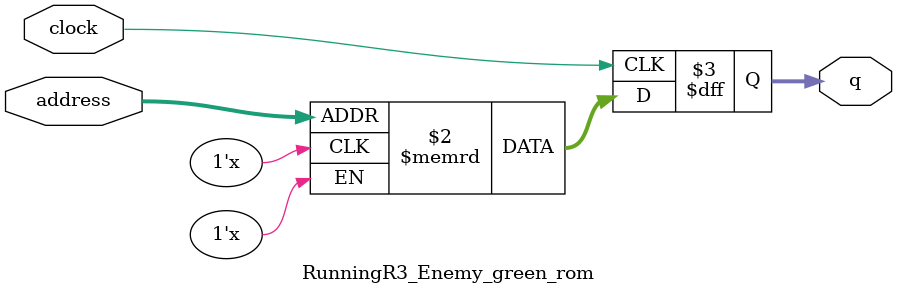
<source format=sv>
module RunningR3_Enemy_green_rom (
	input logic clock,
	input logic [11:0] address,
	output logic [2:0] q
);

logic [2:0] memory [0:2639] /* synthesis ram_init_file = "./RunningR3_Enemy_green/RunningR3_Enemy_green.mif" */;

always_ff @ (posedge clock) begin
	q <= memory[address];
end

endmodule

</source>
